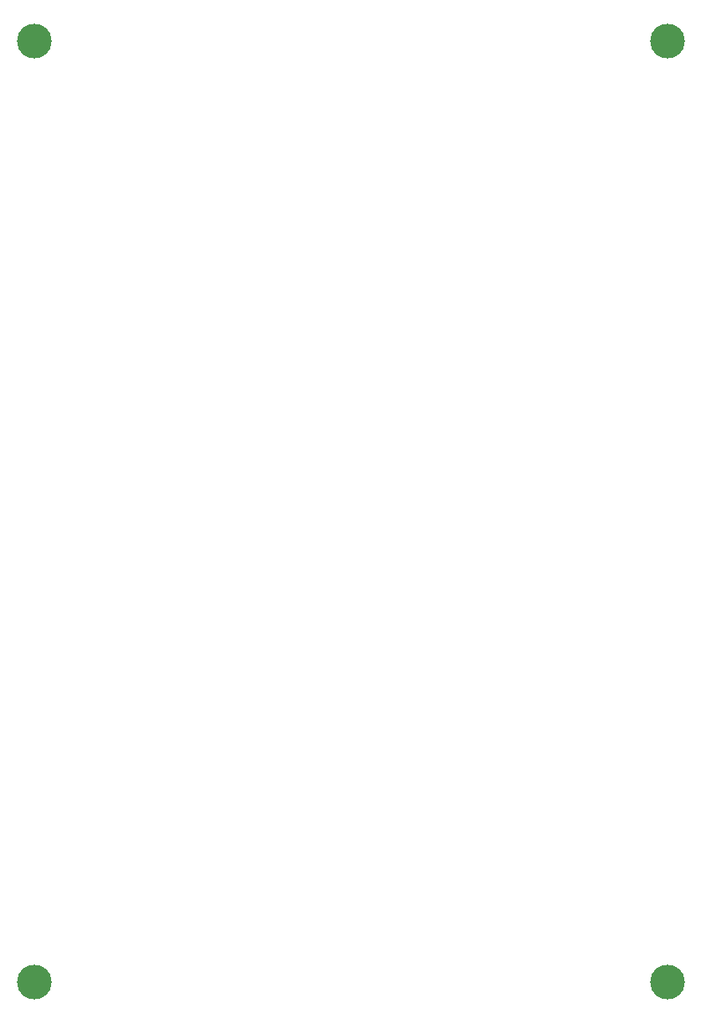
<source format=gbs>
%TF.GenerationSoftware,KiCad,Pcbnew,9.0.1*%
%TF.CreationDate,2025-10-31T14:17:25-04:00*%
%TF.ProjectId,main_display_board,6d61696e-5f64-4697-9370-6c61795f626f,rev?*%
%TF.SameCoordinates,Original*%
%TF.FileFunction,Soldermask,Bot*%
%TF.FilePolarity,Negative*%
%FSLAX46Y46*%
G04 Gerber Fmt 4.6, Leading zero omitted, Abs format (unit mm)*
G04 Created by KiCad (PCBNEW 9.0.1) date 2025-10-31 14:17:25*
%MOMM*%
%LPD*%
G01*
G04 APERTURE LIST*
%ADD10C,2.600000*%
%ADD11C,3.500000*%
G04 APERTURE END LIST*
D10*
%TO.C,M3*%
X48475000Y-138437500D03*
D11*
X48475000Y-138437500D03*
%TD*%
D10*
%TO.C,M1*%
X112475000Y-43437500D03*
D11*
X112475000Y-43437500D03*
%TD*%
D10*
%TO.C,M2*%
X48475000Y-43437500D03*
D11*
X48475000Y-43437500D03*
%TD*%
D10*
%TO.C,M4*%
X112475000Y-138437500D03*
D11*
X112475000Y-138437500D03*
%TD*%
M02*

</source>
